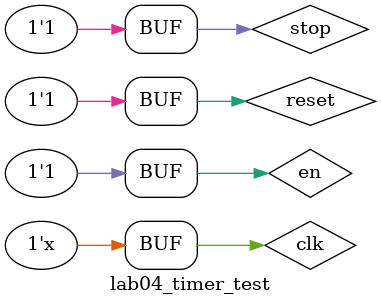
<source format=v>
`timescale 1ns / 1ps


module lab04_timer_test(

    );
    reg clk;
	reg en;
	reg stop;
	reg reset;
	wire endone;
	wire [7:0] AN;
	wire [6:0] hex;
	
	lab04_timer t1(
	   .clk(clk),
	   .en(en),
	   .stop(stop),
	   .reset(reset),
	   .endone(endone),
	   .AN(AN),
	   .hex(hex));
	   
	initial
	begin
	   clk = 0;
	   en = 0; stop = 1; reset = 1; #10;
	   en = 1; stop = 0; reset = 0; #10;
	   en = 1; stop = 1; reset = 0; #10;
	   en = 1; stop = 1; reset = 1; #10;
	$display("Running testbench");
	end
	
	always
	begin
	   clk = ~clk; #1;
	end
	
endmodule

</source>
